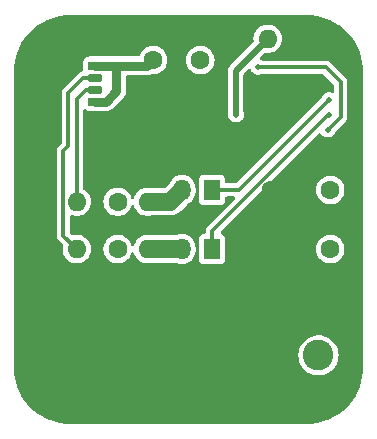
<source format=gtl>
G04 Layer: TopLayer*
G04 EasyEDA Pro v2.2.27.1, 2024-09-15 10:59:50*
G04 Gerber Generator version 0.3*
G04 Scale: 100 percent, Rotated: No, Reflected: No*
G04 Dimensions in millimeters*
G04 Leading zeros omitted, absolute positions, 3 integers and 5 decimals*
%TF.GenerationSoftware,KiCad,Pcbnew,8.0.5*%
%TF.CreationDate,2024-10-25T22:44:06+08:00*%
%TF.ProjectId,TP4056_Lithium_battery_charging,54503430-3536-45f4-9c69-746869756d5f,rev?*%
%TF.SameCoordinates,Original*%
%TF.FileFunction,Copper,L1,Top*%
%TF.FilePolarity,Positive*%
%FSLAX46Y46*%
G04 Gerber Fmt 4.6, Leading zero omitted, Abs format (unit mm)*
G04 Created by KiCad (PCBNEW 8.0.5) date 2024-10-25 22:44:06*
%MOMM*%
%LPD*%
G01*
G04 APERTURE LIST*
G04 Aperture macros list*
%AMRoundRect*
0 Rectangle with rounded corners*
0 $1 Rounding radius*
0 $2 $3 $4 $5 $6 $7 $8 $9 X,Y pos of 4 corners*
0 Add a 4 corners polygon primitive as box body*
4,1,4,$2,$3,$4,$5,$6,$7,$8,$9,$2,$3,0*
0 Add four circle primitives for the rounded corners*
1,1,$1+$1,$2,$3*
1,1,$1+$1,$4,$5*
1,1,$1+$1,$6,$7*
1,1,$1+$1,$8,$9*
0 Add four rect primitives between the rounded corners*
20,1,$1+$1,$2,$3,$4,$5,0*
20,1,$1+$1,$4,$5,$6,$7,0*
20,1,$1+$1,$6,$7,$8,$9,0*
20,1,$1+$1,$8,$9,$2,$3,0*%
G04 Aperture macros list end*
%TA.AperFunction,ComponentPad*%
%ADD10O,1.700000X1.100000*%
%TD*%
%TA.AperFunction,SMDPad,CuDef*%
%ADD11RoundRect,0.200000X-0.400000X0.200000X-0.400000X-0.200000X0.400000X-0.200000X0.400000X0.200000X0*%
%TD*%
%TA.AperFunction,SMDPad,CuDef*%
%ADD12RoundRect,0.190000X-0.410000X0.190000X-0.410000X-0.190000X0.410000X-0.190000X0.410000X0.190000X0*%
%TD*%
%TA.AperFunction,SMDPad,CuDef*%
%ADD13RoundRect,0.175000X0.425000X-0.175000X0.425000X0.175000X-0.425000X0.175000X-0.425000X-0.175000X0*%
%TD*%
%TA.AperFunction,SMDPad,CuDef*%
%ADD14RoundRect,0.200000X0.400000X-0.200000X0.400000X0.200000X-0.400000X0.200000X-0.400000X-0.200000X0*%
%TD*%
%TA.AperFunction,SMDPad,CuDef*%
%ADD15RoundRect,0.190000X0.410000X-0.190000X0.410000X0.190000X-0.410000X0.190000X-0.410000X-0.190000X0*%
%TD*%
%TA.AperFunction,SMDPad,CuDef*%
%ADD16RoundRect,0.175000X-0.425000X0.175000X-0.425000X-0.175000X0.425000X-0.175000X0.425000X0.175000X0*%
%TD*%
%TA.AperFunction,ComponentPad*%
%ADD17C,1.600000*%
%TD*%
%TA.AperFunction,ComponentPad*%
%ADD18O,1.600000X1.600000*%
%TD*%
%TA.AperFunction,ComponentPad*%
%ADD19R,2.600000X2.600000*%
%TD*%
%TA.AperFunction,ComponentPad*%
%ADD20C,2.600000*%
%TD*%
%TA.AperFunction,ComponentPad*%
%ADD21R,1.400000X1.800000*%
%TD*%
%TA.AperFunction,ComponentPad*%
%ADD22O,1.400000X1.800000*%
%TD*%
%TA.AperFunction,ComponentPad*%
%ADD23C,6.000000*%
%TD*%
%TA.AperFunction,ViaPad*%
%ADD24C,0.500000*%
%TD*%
%TA.AperFunction,Conductor*%
%ADD25C,0.300000*%
%TD*%
%TA.AperFunction,Conductor*%
%ADD26C,1.500000*%
%TD*%
%TA.AperFunction,Conductor*%
%ADD27C,0.500000*%
%TD*%
%TA.AperFunction,Conductor*%
%ADD28C,0.800000*%
%TD*%
G04 APERTURE END LIST*
D10*
%TO.P,USB1,S1,SHIELD*%
%TO.N,GND*%
X103200000Y-110320000D03*
X107000000Y-110320000D03*
X103200000Y-101680000D03*
X107000000Y-101680000D03*
D11*
%TO.P,USB1,B12,GND*%
X107080000Y-103250000D03*
D12*
%TO.P,USB1,B9,VBUS*%
%TO.N,VCC*%
X107080000Y-104480000D03*
D13*
%TO.P,USB1,B5,CC2*%
%TO.N,Net-(USB1-CC2)*%
X107080000Y-106500000D03*
D14*
%TO.P,USB1,A12,GND*%
%TO.N,GND*%
X107080000Y-108750000D03*
D15*
%TO.P,USB1,A9,VBUS*%
%TO.N,VCC*%
X107080000Y-107520000D03*
D16*
%TO.P,USB1,A5,CC1*%
%TO.N,Net-(USB1-CC1)*%
X107080000Y-105500000D03*
%TD*%
D17*
%TO.P,R5,1*%
%TO.N,VCC*%
X109000000Y-116000000D03*
D18*
%TO.P,R5,2*%
%TO.N,Net-(LED2-A)*%
X111540000Y-116000000D03*
%TD*%
%TO.P,R4,2*%
%TO.N,Net-(USB1-CC1)*%
X105540000Y-120000000D03*
D17*
%TO.P,R4,1*%
%TO.N,GND*%
X103000000Y-120000000D03*
%TD*%
%TO.P,R3,1*%
%TO.N,GND*%
X103000000Y-116000000D03*
D18*
%TO.P,R3,2*%
%TO.N,Net-(USB1-CC2)*%
X105540000Y-116000000D03*
%TD*%
D17*
%TO.P,R2,1*%
%TO.N,VCC*%
X109000000Y-120000000D03*
D18*
%TO.P,R2,2*%
%TO.N,Net-(LED1-A)*%
X111540000Y-120000000D03*
%TD*%
D17*
%TO.P,R1,1*%
%TO.N,GND*%
X124245000Y-102200000D03*
D18*
%TO.P,R1,2*%
%TO.N,Net-(U1-PROG)*%
X121705000Y-102200000D03*
%TD*%
D19*
%TO.P,P1,1*%
%TO.N,GND*%
X121000000Y-129000000D03*
D20*
%TO.P,P1,2*%
%TO.N,BAT*%
X126000000Y-129000000D03*
%TD*%
D21*
%TO.P,LED2,1,K*%
%TO.N,Net-(LED2-K)*%
X117000000Y-115000000D03*
D22*
%TO.P,LED2,2,A*%
%TO.N,Net-(LED2-A)*%
X114460000Y-115000000D03*
%TD*%
D21*
%TO.P,LED1,1,K*%
%TO.N,Net-(LED1-K)*%
X117000000Y-120000000D03*
D22*
%TO.P,LED1,2,A*%
%TO.N,Net-(LED1-A)*%
X114460000Y-120000000D03*
%TD*%
D23*
%TO.P,H1,1,1*%
%TO.N,GND*%
X105000000Y-130000000D03*
%TD*%
D17*
%TO.P,C5,2*%
%TO.N,GND*%
X116000000Y-109000000D03*
%TO.P,C5,1*%
%TO.N,VCC*%
X116000000Y-104000000D03*
%TD*%
%TO.P,C4,2*%
%TO.N,GND*%
X112000000Y-109000000D03*
%TO.P,C4,1*%
%TO.N,VCC*%
X112000000Y-104000000D03*
%TD*%
%TO.P,C2,1*%
%TO.N,BAT*%
X127000000Y-120000000D03*
%TO.P,C2,2*%
%TO.N,GND*%
X122000000Y-120000000D03*
%TD*%
%TO.P,C1,1*%
%TO.N,BAT*%
X127000000Y-115000000D03*
%TO.P,C1,2*%
%TO.N,GND*%
X122000000Y-115000000D03*
%TD*%
D24*
%TO.N,VCC*%
X120900000Y-104600000D03*
%TO.N,Net-(U1-PROG)*%
X119035000Y-108635000D03*
%TO.N,VCC*%
X126800000Y-109900000D03*
%TO.N,Net-(LED1-K)*%
X126865000Y-108635000D03*
%TO.N,Net-(LED2-K)*%
X126900000Y-107365000D03*
%TD*%
D25*
%TO.N,VCC*%
X127900000Y-105900000D02*
X126600000Y-104600000D01*
X127900000Y-108800000D02*
X127900000Y-105900000D01*
X126600000Y-104600000D02*
X120900000Y-104600000D01*
X126800000Y-109900000D02*
X127900000Y-108800000D01*
%TO.N,Net-(LED1-K)*%
X126837649Y-108635000D02*
X126865000Y-108635000D01*
X117000000Y-118472649D02*
X126837649Y-108635000D01*
X117000000Y-120000000D02*
X117000000Y-118472649D01*
%TO.N,Net-(LED2-K)*%
X119265000Y-115000000D02*
X126900000Y-107365000D01*
X117000000Y-115000000D02*
X119265000Y-115000000D01*
D26*
%TO.N,Net-(LED1-A)*%
X111540000Y-120000000D02*
X114460000Y-120000000D01*
%TO.N,Net-(LED2-A)*%
X113460000Y-116000000D02*
X114460000Y-115000000D01*
X111540000Y-116000000D02*
X113460000Y-116000000D01*
D25*
%TO.N,Net-(USB1-CC1)*%
X106100000Y-105500000D02*
X107080000Y-105500000D01*
X104800000Y-106800000D02*
X106100000Y-105500000D01*
X104400000Y-111700000D02*
X104800000Y-111300000D01*
X104800000Y-111300000D02*
X104800000Y-106800000D01*
X104400000Y-118860000D02*
X104400000Y-111700000D01*
X105540000Y-120000000D02*
X104400000Y-118860000D01*
%TO.N,Net-(USB1-CC2)*%
X106300000Y-106500000D02*
X107080000Y-106500000D01*
X105540000Y-116000000D02*
X105540000Y-107260000D01*
X105540000Y-107260000D02*
X106300000Y-106500000D01*
D27*
%TO.N,Net-(U1-PROG)*%
X119000000Y-108600000D02*
X119000000Y-104905000D01*
X119035000Y-108635000D02*
X119000000Y-108600000D01*
X119000000Y-104905000D02*
X121705000Y-102200000D01*
D28*
%TO.N,GND*%
X107080000Y-110240000D02*
X107000000Y-110320000D01*
X107080000Y-108750000D02*
X107080000Y-110240000D01*
X107080000Y-101760000D02*
X107000000Y-101680000D01*
X107080000Y-103250000D02*
X107080000Y-101760000D01*
X111750000Y-108750000D02*
X112000000Y-109000000D01*
X107080000Y-108750000D02*
X111750000Y-108750000D01*
%TO.N,VCC*%
X108900000Y-106600000D02*
X108900000Y-104480000D01*
X107980000Y-107520000D02*
X108900000Y-106600000D01*
X107080000Y-107520000D02*
X107980000Y-107520000D01*
X108900000Y-104480000D02*
X111520000Y-104480000D01*
X107080000Y-104480000D02*
X108900000Y-104480000D01*
X111520000Y-104480000D02*
X112000000Y-104000000D01*
%TD*%
%TA.AperFunction,Conductor*%
%TO.N,GND*%
G36*
X125002702Y-100200617D02*
G01*
X125412917Y-100218528D01*
X125423654Y-100219468D01*
X125828057Y-100272708D01*
X125838695Y-100274583D01*
X126236925Y-100362869D01*
X126247365Y-100365667D01*
X126636363Y-100488317D01*
X126646524Y-100492015D01*
X127023363Y-100648108D01*
X127033155Y-100652674D01*
X127394965Y-100841020D01*
X127404305Y-100846413D01*
X127689636Y-101028189D01*
X127748309Y-101065568D01*
X127757170Y-101071772D01*
X128080766Y-101320076D01*
X128089053Y-101327030D01*
X128389767Y-101602583D01*
X128397416Y-101610232D01*
X128672969Y-101910946D01*
X128679923Y-101919233D01*
X128928227Y-102242829D01*
X128934431Y-102251690D01*
X129064275Y-102455504D01*
X129153578Y-102595680D01*
X129158983Y-102605042D01*
X129285004Y-102847126D01*
X129347322Y-102966838D01*
X129351894Y-102976642D01*
X129507983Y-103353473D01*
X129511683Y-103363639D01*
X129634331Y-103752630D01*
X129637131Y-103763078D01*
X129725414Y-104161296D01*
X129727292Y-104171950D01*
X129780529Y-104576326D01*
X129781472Y-104587102D01*
X129799382Y-104997297D01*
X129799500Y-105002706D01*
X129799500Y-129997293D01*
X129799382Y-130002702D01*
X129781472Y-130412897D01*
X129780529Y-130423673D01*
X129727292Y-130828049D01*
X129725414Y-130838703D01*
X129637131Y-131236921D01*
X129634331Y-131247369D01*
X129511683Y-131636360D01*
X129507983Y-131646526D01*
X129351894Y-132023357D01*
X129347322Y-132033161D01*
X129158987Y-132394951D01*
X129153578Y-132404319D01*
X128934431Y-132748309D01*
X128928227Y-132757170D01*
X128679923Y-133080766D01*
X128672969Y-133089053D01*
X128397416Y-133389767D01*
X128389767Y-133397416D01*
X128089053Y-133672969D01*
X128080766Y-133679923D01*
X127757170Y-133928227D01*
X127748309Y-133934431D01*
X127404319Y-134153578D01*
X127394951Y-134158987D01*
X127033161Y-134347322D01*
X127023357Y-134351894D01*
X126646526Y-134507983D01*
X126636360Y-134511683D01*
X126247369Y-134634331D01*
X126236921Y-134637131D01*
X125838703Y-134725414D01*
X125828049Y-134727292D01*
X125423673Y-134780529D01*
X125412897Y-134781472D01*
X125002703Y-134799382D01*
X124997294Y-134799500D01*
X105002706Y-134799500D01*
X104997297Y-134799382D01*
X104587102Y-134781472D01*
X104576326Y-134780529D01*
X104171950Y-134727292D01*
X104161296Y-134725414D01*
X103763078Y-134637131D01*
X103752630Y-134634331D01*
X103363639Y-134511683D01*
X103353473Y-134507983D01*
X102976642Y-134351894D01*
X102966838Y-134347322D01*
X102847126Y-134285004D01*
X102605042Y-134158983D01*
X102595686Y-134153582D01*
X102423685Y-134044004D01*
X102251690Y-133934431D01*
X102242829Y-133928227D01*
X101919233Y-133679923D01*
X101910946Y-133672969D01*
X101610232Y-133397416D01*
X101602583Y-133389767D01*
X101327030Y-133089053D01*
X101320076Y-133080766D01*
X101071772Y-132757170D01*
X101065568Y-132748309D01*
X101012070Y-132664334D01*
X100846413Y-132404305D01*
X100841020Y-132394965D01*
X100652674Y-132033155D01*
X100648105Y-132023357D01*
X100492016Y-131646526D01*
X100488316Y-131636360D01*
X100365668Y-131247369D01*
X100362868Y-131236921D01*
X100274585Y-130838703D01*
X100272707Y-130828049D01*
X100250914Y-130662511D01*
X100219468Y-130423654D01*
X100218528Y-130412917D01*
X100200618Y-130002702D01*
X100200500Y-129997293D01*
X100200500Y-128999995D01*
X124294732Y-128999995D01*
X124294732Y-129000004D01*
X124313777Y-129254154D01*
X124313778Y-129254157D01*
X124370492Y-129502637D01*
X124463607Y-129739888D01*
X124591041Y-129960612D01*
X124749950Y-130159877D01*
X124936783Y-130333232D01*
X125147366Y-130476805D01*
X125147371Y-130476807D01*
X125147372Y-130476808D01*
X125147373Y-130476809D01*
X125269328Y-130535538D01*
X125376992Y-130587387D01*
X125376993Y-130587387D01*
X125376996Y-130587389D01*
X125620542Y-130662513D01*
X125872565Y-130700500D01*
X126127435Y-130700500D01*
X126379458Y-130662513D01*
X126623004Y-130587389D01*
X126852634Y-130476805D01*
X127063217Y-130333232D01*
X127250050Y-130159877D01*
X127408959Y-129960612D01*
X127536393Y-129739888D01*
X127629508Y-129502637D01*
X127686222Y-129254157D01*
X127705268Y-129000000D01*
X127686222Y-128745843D01*
X127629508Y-128497363D01*
X127536393Y-128260112D01*
X127408959Y-128039388D01*
X127250050Y-127840123D01*
X127063217Y-127666768D01*
X126852634Y-127523195D01*
X126852630Y-127523193D01*
X126852627Y-127523191D01*
X126852626Y-127523190D01*
X126623006Y-127412612D01*
X126623008Y-127412612D01*
X126379466Y-127337489D01*
X126379462Y-127337488D01*
X126379458Y-127337487D01*
X126258231Y-127319214D01*
X126127440Y-127299500D01*
X126127435Y-127299500D01*
X125872565Y-127299500D01*
X125872559Y-127299500D01*
X125715609Y-127323157D01*
X125620542Y-127337487D01*
X125620539Y-127337488D01*
X125620533Y-127337489D01*
X125376992Y-127412612D01*
X125147373Y-127523190D01*
X125147372Y-127523191D01*
X124936782Y-127666768D01*
X124749952Y-127840121D01*
X124749950Y-127840123D01*
X124591041Y-128039388D01*
X124463608Y-128260109D01*
X124370492Y-128497362D01*
X124370490Y-128497369D01*
X124313777Y-128745845D01*
X124294732Y-128999995D01*
X100200500Y-128999995D01*
X100200500Y-111627525D01*
X103849500Y-111627525D01*
X103849500Y-118932475D01*
X103885943Y-119068481D01*
X103887016Y-119072485D01*
X103887017Y-119072488D01*
X103959487Y-119198011D01*
X103959491Y-119198016D01*
X104344347Y-119582872D01*
X104377832Y-119644195D01*
X104375933Y-119704486D01*
X104354884Y-119778466D01*
X104334357Y-119999999D01*
X104334357Y-120000000D01*
X104354884Y-120221535D01*
X104354885Y-120221537D01*
X104415769Y-120435523D01*
X104415775Y-120435538D01*
X104514938Y-120634683D01*
X104514943Y-120634691D01*
X104649020Y-120812238D01*
X104813437Y-120962123D01*
X104813439Y-120962125D01*
X105002595Y-121079245D01*
X105002596Y-121079245D01*
X105002599Y-121079247D01*
X105210060Y-121159618D01*
X105428757Y-121200500D01*
X105428759Y-121200500D01*
X105651241Y-121200500D01*
X105651243Y-121200500D01*
X105869940Y-121159618D01*
X106077401Y-121079247D01*
X106266562Y-120962124D01*
X106430981Y-120812236D01*
X106565058Y-120634689D01*
X106664229Y-120435528D01*
X106725115Y-120221536D01*
X106745643Y-120000000D01*
X106745643Y-119999999D01*
X107794357Y-119999999D01*
X107794357Y-120000000D01*
X107814884Y-120221535D01*
X107814885Y-120221537D01*
X107875769Y-120435523D01*
X107875775Y-120435538D01*
X107974938Y-120634683D01*
X107974943Y-120634691D01*
X108109020Y-120812238D01*
X108273437Y-120962123D01*
X108273439Y-120962125D01*
X108462595Y-121079245D01*
X108462596Y-121079245D01*
X108462599Y-121079247D01*
X108670060Y-121159618D01*
X108888757Y-121200500D01*
X108888759Y-121200500D01*
X109111241Y-121200500D01*
X109111243Y-121200500D01*
X109329940Y-121159618D01*
X109537401Y-121079247D01*
X109726562Y-120962124D01*
X109890981Y-120812236D01*
X110025058Y-120634689D01*
X110124229Y-120435528D01*
X110150734Y-120342371D01*
X110188013Y-120283278D01*
X110251323Y-120253721D01*
X110320562Y-120263083D01*
X110373749Y-120308393D01*
X110389266Y-120342372D01*
X110415769Y-120435523D01*
X110415775Y-120435538D01*
X110514938Y-120634683D01*
X110514943Y-120634691D01*
X110649020Y-120812238D01*
X110813437Y-120962123D01*
X110813439Y-120962125D01*
X111002595Y-121079245D01*
X111002596Y-121079245D01*
X111002599Y-121079247D01*
X111210060Y-121159618D01*
X111428757Y-121200500D01*
X111428759Y-121200500D01*
X111651241Y-121200500D01*
X111651243Y-121200500D01*
X111869940Y-121159618D01*
X111871861Y-121158873D01*
X111873889Y-121158494D01*
X111875455Y-121158049D01*
X111875496Y-121158194D01*
X111916655Y-121150500D01*
X113871632Y-121150500D01*
X113927926Y-121164014D01*
X114037555Y-121219873D01*
X114202299Y-121273402D01*
X114373389Y-121300500D01*
X114373390Y-121300500D01*
X114546610Y-121300500D01*
X114546611Y-121300500D01*
X114717701Y-121273402D01*
X114882445Y-121219873D01*
X115036788Y-121141232D01*
X115176928Y-121039414D01*
X115299414Y-120916928D01*
X115401232Y-120776788D01*
X115479873Y-120622445D01*
X115533402Y-120457701D01*
X115543679Y-120392805D01*
X115548216Y-120373909D01*
X115582171Y-120269409D01*
X115597623Y-120171847D01*
X115610500Y-120090551D01*
X115610500Y-119909448D01*
X115582171Y-119730590D01*
X115569504Y-119691606D01*
X115548217Y-119626092D01*
X115543678Y-119607181D01*
X115533402Y-119542301D01*
X115533402Y-119542299D01*
X115479873Y-119377555D01*
X115479871Y-119377552D01*
X115479871Y-119377550D01*
X115401231Y-119223211D01*
X115299414Y-119083072D01*
X115176928Y-118960586D01*
X115036788Y-118858768D01*
X114882445Y-118780127D01*
X114717701Y-118726598D01*
X114717699Y-118726597D01*
X114717698Y-118726597D01*
X114586271Y-118705781D01*
X114546611Y-118699500D01*
X114373389Y-118699500D01*
X114333728Y-118705781D01*
X114202302Y-118726597D01*
X114037552Y-118780128D01*
X113927927Y-118835985D01*
X113871632Y-118849500D01*
X111916655Y-118849500D01*
X111875496Y-118841805D01*
X111875455Y-118841951D01*
X111873889Y-118841505D01*
X111871861Y-118841126D01*
X111869940Y-118840382D01*
X111651243Y-118799500D01*
X111428757Y-118799500D01*
X111210060Y-118840382D01*
X111078864Y-118891207D01*
X111002601Y-118920752D01*
X111002595Y-118920754D01*
X110813439Y-119037874D01*
X110813437Y-119037876D01*
X110649020Y-119187761D01*
X110514943Y-119365308D01*
X110514938Y-119365316D01*
X110415775Y-119564461D01*
X110415769Y-119564476D01*
X110389266Y-119657627D01*
X110351987Y-119716721D01*
X110288677Y-119746278D01*
X110219438Y-119736916D01*
X110166251Y-119691606D01*
X110150734Y-119657627D01*
X110124230Y-119564476D01*
X110124229Y-119564472D01*
X110124224Y-119564461D01*
X110025061Y-119365316D01*
X110025056Y-119365308D01*
X109890979Y-119187761D01*
X109726562Y-119037876D01*
X109726560Y-119037874D01*
X109537404Y-118920754D01*
X109537398Y-118920752D01*
X109329940Y-118840382D01*
X109111243Y-118799500D01*
X108888757Y-118799500D01*
X108670060Y-118840382D01*
X108538864Y-118891207D01*
X108462601Y-118920752D01*
X108462595Y-118920754D01*
X108273439Y-119037874D01*
X108273437Y-119037876D01*
X108109020Y-119187761D01*
X107974943Y-119365308D01*
X107974938Y-119365316D01*
X107875775Y-119564461D01*
X107875769Y-119564476D01*
X107814885Y-119778462D01*
X107814884Y-119778464D01*
X107794357Y-119999999D01*
X106745643Y-119999999D01*
X106725115Y-119778464D01*
X106664229Y-119564472D01*
X106664224Y-119564461D01*
X106565061Y-119365316D01*
X106565056Y-119365308D01*
X106430979Y-119187761D01*
X106266562Y-119037876D01*
X106266560Y-119037874D01*
X106077404Y-118920754D01*
X106077398Y-118920752D01*
X105869940Y-118840382D01*
X105651243Y-118799500D01*
X105428757Y-118799500D01*
X105287715Y-118825865D01*
X105231211Y-118836428D01*
X105161696Y-118829397D01*
X105120745Y-118802220D01*
X104986819Y-118668294D01*
X104953334Y-118606971D01*
X104950500Y-118580613D01*
X104950500Y-117240080D01*
X104970185Y-117173041D01*
X105022989Y-117127286D01*
X105092147Y-117117342D01*
X105119284Y-117124451D01*
X105210060Y-117159618D01*
X105428757Y-117200500D01*
X105428759Y-117200500D01*
X105651241Y-117200500D01*
X105651243Y-117200500D01*
X105869940Y-117159618D01*
X106077401Y-117079247D01*
X106266562Y-116962124D01*
X106266562Y-116962123D01*
X106266565Y-116962122D01*
X106430979Y-116812238D01*
X106478360Y-116749496D01*
X106565058Y-116634689D01*
X106664229Y-116435528D01*
X106725115Y-116221536D01*
X106745643Y-116000000D01*
X106745643Y-115999999D01*
X107794357Y-115999999D01*
X107794357Y-116000000D01*
X107814884Y-116221535D01*
X107814885Y-116221537D01*
X107875769Y-116435523D01*
X107875775Y-116435538D01*
X107974938Y-116634683D01*
X107974943Y-116634691D01*
X108109020Y-116812238D01*
X108273435Y-116962122D01*
X108273439Y-116962125D01*
X108462595Y-117079245D01*
X108462596Y-117079245D01*
X108462599Y-117079247D01*
X108670060Y-117159618D01*
X108888757Y-117200500D01*
X108888759Y-117200500D01*
X109111241Y-117200500D01*
X109111243Y-117200500D01*
X109329940Y-117159618D01*
X109537401Y-117079247D01*
X109726562Y-116962124D01*
X109726562Y-116962123D01*
X109726565Y-116962122D01*
X109890979Y-116812238D01*
X109938360Y-116749496D01*
X110025058Y-116634689D01*
X110124229Y-116435528D01*
X110150734Y-116342371D01*
X110188013Y-116283278D01*
X110251323Y-116253721D01*
X110320562Y-116263083D01*
X110373749Y-116308393D01*
X110389266Y-116342372D01*
X110415769Y-116435523D01*
X110415775Y-116435538D01*
X110514938Y-116634683D01*
X110514943Y-116634691D01*
X110649020Y-116812238D01*
X110813435Y-116962122D01*
X110813439Y-116962125D01*
X111002595Y-117079245D01*
X111002596Y-117079245D01*
X111002599Y-117079247D01*
X111210060Y-117159618D01*
X111428757Y-117200500D01*
X111428759Y-117200500D01*
X111651241Y-117200500D01*
X111651243Y-117200500D01*
X111869940Y-117159618D01*
X111871861Y-117158873D01*
X111873889Y-117158494D01*
X111875455Y-117158049D01*
X111875496Y-117158194D01*
X111916655Y-117150500D01*
X113364319Y-117150500D01*
X113364343Y-117150501D01*
X113369454Y-117150501D01*
X113550545Y-117150501D01*
X113550546Y-117150501D01*
X113729409Y-117122171D01*
X113901639Y-117066211D01*
X114062994Y-116983996D01*
X114093098Y-116962124D01*
X114209501Y-116877553D01*
X114337553Y-116749501D01*
X114337553Y-116749499D01*
X114346451Y-116740602D01*
X114346459Y-116740591D01*
X114838944Y-116248106D01*
X114879181Y-116221224D01*
X114882437Y-116219875D01*
X114882445Y-116219873D01*
X115036788Y-116141232D01*
X115176928Y-116039414D01*
X115299414Y-115916928D01*
X115401232Y-115776788D01*
X115479873Y-115622445D01*
X115533402Y-115457701D01*
X115543679Y-115392807D01*
X115548215Y-115373915D01*
X115582172Y-115269409D01*
X115597624Y-115171847D01*
X115610501Y-115090551D01*
X115610501Y-114909453D01*
X115601005Y-114849500D01*
X115582172Y-114730591D01*
X115548214Y-114626080D01*
X115543679Y-114607191D01*
X115533402Y-114542299D01*
X115479873Y-114377555D01*
X115479871Y-114377552D01*
X115479871Y-114377550D01*
X115438387Y-114296133D01*
X115401232Y-114223212D01*
X115299414Y-114083072D01*
X115284817Y-114068475D01*
X115899500Y-114068475D01*
X115899500Y-115931517D01*
X115904348Y-115962124D01*
X115914354Y-116025304D01*
X115971950Y-116138342D01*
X115971952Y-116138344D01*
X115971954Y-116138347D01*
X116061652Y-116228045D01*
X116061654Y-116228046D01*
X116061658Y-116228050D01*
X116170049Y-116283278D01*
X116174698Y-116285647D01*
X116268475Y-116300499D01*
X116268481Y-116300500D01*
X117731518Y-116300499D01*
X117825304Y-116285646D01*
X117938342Y-116228050D01*
X118028050Y-116138342D01*
X118085646Y-116025304D01*
X118085646Y-116025302D01*
X118085647Y-116025301D01*
X118100500Y-115931524D01*
X118100500Y-115674500D01*
X118120185Y-115607461D01*
X118172989Y-115561706D01*
X118224500Y-115550500D01*
X118844262Y-115550500D01*
X118911301Y-115570185D01*
X118957056Y-115622989D01*
X118967000Y-115692147D01*
X118937975Y-115755703D01*
X118931943Y-115762181D01*
X116559491Y-118134632D01*
X116559489Y-118134635D01*
X116487016Y-118260163D01*
X116487016Y-118260164D01*
X116449500Y-118400174D01*
X116449500Y-118400176D01*
X116449500Y-118575500D01*
X116429815Y-118642539D01*
X116377011Y-118688294D01*
X116325502Y-118699500D01*
X116268483Y-118699500D01*
X116189550Y-118712001D01*
X116174696Y-118714354D01*
X116061658Y-118771950D01*
X116061657Y-118771951D01*
X116061652Y-118771954D01*
X115971954Y-118861652D01*
X115971951Y-118861657D01*
X115914352Y-118974698D01*
X115899500Y-119068475D01*
X115899500Y-120931517D01*
X115904348Y-120962124D01*
X115914354Y-121025304D01*
X115971950Y-121138342D01*
X115971952Y-121138344D01*
X115971954Y-121138347D01*
X116061652Y-121228045D01*
X116061654Y-121228046D01*
X116061658Y-121228050D01*
X116174694Y-121285645D01*
X116174698Y-121285647D01*
X116268475Y-121300499D01*
X116268481Y-121300500D01*
X117731518Y-121300499D01*
X117825304Y-121285646D01*
X117938342Y-121228050D01*
X118028050Y-121138342D01*
X118085646Y-121025304D01*
X118085646Y-121025302D01*
X118085647Y-121025301D01*
X118100499Y-120931524D01*
X118100500Y-120931519D01*
X118100499Y-119999999D01*
X125794357Y-119999999D01*
X125794357Y-120000000D01*
X125814884Y-120221535D01*
X125814885Y-120221537D01*
X125875769Y-120435523D01*
X125875775Y-120435538D01*
X125974938Y-120634683D01*
X125974943Y-120634691D01*
X126109020Y-120812238D01*
X126273437Y-120962123D01*
X126273439Y-120962125D01*
X126462595Y-121079245D01*
X126462596Y-121079245D01*
X126462599Y-121079247D01*
X126670060Y-121159618D01*
X126888757Y-121200500D01*
X126888759Y-121200500D01*
X127111241Y-121200500D01*
X127111243Y-121200500D01*
X127329940Y-121159618D01*
X127537401Y-121079247D01*
X127726562Y-120962124D01*
X127890981Y-120812236D01*
X128025058Y-120634689D01*
X128124229Y-120435528D01*
X128185115Y-120221536D01*
X128205643Y-120000000D01*
X128185115Y-119778464D01*
X128124229Y-119564472D01*
X128124224Y-119564461D01*
X128025061Y-119365316D01*
X128025056Y-119365308D01*
X127890979Y-119187761D01*
X127726562Y-119037876D01*
X127726560Y-119037874D01*
X127537404Y-118920754D01*
X127537398Y-118920752D01*
X127329940Y-118840382D01*
X127111243Y-118799500D01*
X126888757Y-118799500D01*
X126670060Y-118840382D01*
X126538864Y-118891207D01*
X126462601Y-118920752D01*
X126462595Y-118920754D01*
X126273439Y-119037874D01*
X126273437Y-119037876D01*
X126109020Y-119187761D01*
X125974943Y-119365308D01*
X125974938Y-119365316D01*
X125875775Y-119564461D01*
X125875769Y-119564476D01*
X125814885Y-119778462D01*
X125814884Y-119778464D01*
X125794357Y-119999999D01*
X118100499Y-119999999D01*
X118100499Y-119068482D01*
X118085646Y-118974696D01*
X118028050Y-118861658D01*
X118028046Y-118861654D01*
X118028045Y-118861652D01*
X117938347Y-118771954D01*
X117938344Y-118771952D01*
X117938342Y-118771950D01*
X117825304Y-118714354D01*
X117825302Y-118714353D01*
X117825301Y-118714353D01*
X117816627Y-118712979D01*
X117753493Y-118683048D01*
X117716563Y-118623735D01*
X117717563Y-118553873D01*
X117748345Y-118502827D01*
X121251173Y-114999999D01*
X125794357Y-114999999D01*
X125794357Y-115000000D01*
X125814884Y-115221535D01*
X125814885Y-115221537D01*
X125875769Y-115435523D01*
X125875775Y-115435538D01*
X125974938Y-115634683D01*
X125974943Y-115634691D01*
X126109020Y-115812238D01*
X126273437Y-115962123D01*
X126273439Y-115962125D01*
X126462595Y-116079245D01*
X126462596Y-116079245D01*
X126462599Y-116079247D01*
X126670060Y-116159618D01*
X126888757Y-116200500D01*
X126888759Y-116200500D01*
X127111241Y-116200500D01*
X127111243Y-116200500D01*
X127329940Y-116159618D01*
X127537401Y-116079247D01*
X127726562Y-115962124D01*
X127890981Y-115812236D01*
X128025058Y-115634689D01*
X128124229Y-115435528D01*
X128185115Y-115221536D01*
X128205643Y-115000000D01*
X128185115Y-114778464D01*
X128124229Y-114564472D01*
X128124224Y-114564461D01*
X128025061Y-114365316D01*
X128025056Y-114365308D01*
X127890979Y-114187761D01*
X127726562Y-114037876D01*
X127726560Y-114037874D01*
X127537404Y-113920754D01*
X127537398Y-113920752D01*
X127329940Y-113840382D01*
X127111243Y-113799500D01*
X126888757Y-113799500D01*
X126670060Y-113840382D01*
X126538864Y-113891207D01*
X126462601Y-113920752D01*
X126462595Y-113920754D01*
X126273439Y-114037874D01*
X126273437Y-114037876D01*
X126109020Y-114187761D01*
X125974943Y-114365308D01*
X125974938Y-114365316D01*
X125875775Y-114564461D01*
X125875769Y-114564476D01*
X125814885Y-114778462D01*
X125814884Y-114778464D01*
X125794357Y-114999999D01*
X121251173Y-114999999D01*
X126043870Y-110207301D01*
X126105191Y-110173818D01*
X126174883Y-110178802D01*
X126230816Y-110220674D01*
X126233599Y-110224544D01*
X126309517Y-110334530D01*
X126427760Y-110439283D01*
X126427762Y-110439284D01*
X126567634Y-110512696D01*
X126721014Y-110550500D01*
X126721015Y-110550500D01*
X126878985Y-110550500D01*
X127032365Y-110512696D01*
X127172240Y-110439283D01*
X127290483Y-110334530D01*
X127380220Y-110204523D01*
X127435676Y-110058296D01*
X127463937Y-110014587D01*
X128340510Y-109138015D01*
X128412984Y-109012485D01*
X128450500Y-108872474D01*
X128450500Y-108727526D01*
X128450500Y-105827525D01*
X128412984Y-105687515D01*
X128340510Y-105561986D01*
X126938015Y-104159490D01*
X126812485Y-104087016D01*
X126812486Y-104087016D01*
X126777482Y-104077637D01*
X126672475Y-104049500D01*
X126672472Y-104049500D01*
X121281431Y-104049500D01*
X121223805Y-104035296D01*
X121132365Y-103987304D01*
X121132364Y-103987303D01*
X121132361Y-103987302D01*
X121132362Y-103987302D01*
X121109386Y-103981639D01*
X121049006Y-103946482D01*
X121017218Y-103884262D01*
X121024116Y-103814734D01*
X121051378Y-103773567D01*
X121404894Y-103420050D01*
X121466215Y-103386567D01*
X121515356Y-103385844D01*
X121593757Y-103400500D01*
X121593759Y-103400500D01*
X121816241Y-103400500D01*
X121816243Y-103400500D01*
X122034940Y-103359618D01*
X122242401Y-103279247D01*
X122431562Y-103162124D01*
X122595981Y-103012236D01*
X122730058Y-102834689D01*
X122829229Y-102635528D01*
X122890115Y-102421536D01*
X122910643Y-102200000D01*
X122890115Y-101978464D01*
X122829229Y-101764472D01*
X122765281Y-101636047D01*
X122730061Y-101565316D01*
X122730056Y-101565308D01*
X122595979Y-101387761D01*
X122431562Y-101237876D01*
X122431560Y-101237874D01*
X122242404Y-101120754D01*
X122242398Y-101120752D01*
X122034940Y-101040382D01*
X121816243Y-100999500D01*
X121593757Y-100999500D01*
X121375060Y-101040382D01*
X121243864Y-101091207D01*
X121167601Y-101120752D01*
X121167595Y-101120754D01*
X120978439Y-101237874D01*
X120978437Y-101237876D01*
X120814020Y-101387761D01*
X120679943Y-101565308D01*
X120679938Y-101565316D01*
X120580775Y-101764461D01*
X120580769Y-101764476D01*
X120519885Y-101978462D01*
X120519884Y-101978464D01*
X120499357Y-102199999D01*
X120499357Y-102200000D01*
X120518214Y-102403506D01*
X120504799Y-102472076D01*
X120482424Y-102502628D01*
X118494724Y-104490328D01*
X118448945Y-104558843D01*
X118423535Y-104596871D01*
X118374499Y-104715255D01*
X118374497Y-104715261D01*
X118349500Y-104840928D01*
X118349500Y-108664070D01*
X118362123Y-108727525D01*
X118362123Y-108727527D01*
X118364163Y-108737785D01*
X118374499Y-108789744D01*
X118423535Y-108908127D01*
X118493264Y-109012485D01*
X118494726Y-109014673D01*
X118525255Y-109045201D01*
X118539626Y-109062445D01*
X118544514Y-109069527D01*
X118544517Y-109069531D01*
X118586133Y-109106399D01*
X118591572Y-109111518D01*
X118618067Y-109138013D01*
X118620331Y-109140277D01*
X118629762Y-109146578D01*
X118643098Y-109156864D01*
X118652338Y-109165049D01*
X118662757Y-109174281D01*
X118662758Y-109174281D01*
X118662760Y-109174283D01*
X118696423Y-109191950D01*
X118707683Y-109198642D01*
X118726873Y-109211465D01*
X118753621Y-109222544D01*
X118763776Y-109227300D01*
X118802635Y-109247696D01*
X118816344Y-109251075D01*
X118822434Y-109252576D01*
X118840211Y-109258411D01*
X118845256Y-109260501D01*
X118890891Y-109269578D01*
X118896307Y-109270783D01*
X118956015Y-109285500D01*
X119113986Y-109285500D01*
X119124610Y-109282881D01*
X119173697Y-109270781D01*
X119179122Y-109269574D01*
X119224743Y-109260501D01*
X119229789Y-109258410D01*
X119247562Y-109252575D01*
X119267365Y-109247696D01*
X119306218Y-109227303D01*
X119316397Y-109222536D01*
X119329624Y-109217056D01*
X119343126Y-109211465D01*
X119362320Y-109198639D01*
X119373574Y-109191953D01*
X119407237Y-109174285D01*
X119407238Y-109174283D01*
X119407240Y-109174283D01*
X119426909Y-109156857D01*
X119440243Y-109146574D01*
X119449669Y-109140276D01*
X119478425Y-109111518D01*
X119483866Y-109106398D01*
X119525483Y-109069530D01*
X119530531Y-109062214D01*
X119536742Y-109053972D01*
X119540265Y-109049679D01*
X119540276Y-109049669D01*
X119572610Y-109001274D01*
X119573617Y-108999794D01*
X119615218Y-108939526D01*
X119615218Y-108939525D01*
X119615220Y-108939523D01*
X119639106Y-108876536D01*
X119640473Y-108873092D01*
X119660501Y-108824743D01*
X119660503Y-108824728D01*
X119661189Y-108822470D01*
X119666092Y-108805381D01*
X119671237Y-108791818D01*
X119677232Y-108742439D01*
X119678711Y-108733188D01*
X119679838Y-108727527D01*
X119685499Y-108699068D01*
X119685499Y-108681859D01*
X119686403Y-108666912D01*
X119686748Y-108664069D01*
X119690278Y-108635000D01*
X119686403Y-108603086D01*
X119685499Y-108588140D01*
X119685499Y-108570932D01*
X119685499Y-108570931D01*
X119678706Y-108536781D01*
X119677232Y-108527561D01*
X119671237Y-108478184D01*
X119671236Y-108478179D01*
X119670596Y-108476492D01*
X119666093Y-108464621D01*
X119661203Y-108447573D01*
X119660503Y-108445266D01*
X119660501Y-108445256D01*
X119659937Y-108443896D01*
X119659651Y-108442456D01*
X119658732Y-108439425D01*
X119659030Y-108439334D01*
X119650500Y-108396446D01*
X119650500Y-105225807D01*
X119670185Y-105158768D01*
X119686815Y-105138130D01*
X120074356Y-104750588D01*
X120135677Y-104717105D01*
X120205368Y-104722089D01*
X120261302Y-104763960D01*
X120277977Y-104794299D01*
X120295663Y-104840931D01*
X120319780Y-104904523D01*
X120409517Y-105034530D01*
X120527760Y-105139283D01*
X120527762Y-105139284D01*
X120667634Y-105212696D01*
X120821014Y-105250500D01*
X120821015Y-105250500D01*
X120978985Y-105250500D01*
X121132365Y-105212696D01*
X121223805Y-105164703D01*
X121281431Y-105150500D01*
X126320613Y-105150500D01*
X126387652Y-105170185D01*
X126408294Y-105186819D01*
X127313181Y-106091705D01*
X127346666Y-106153028D01*
X127349500Y-106179386D01*
X127349500Y-106661144D01*
X127329815Y-106728183D01*
X127277011Y-106773938D01*
X127207853Y-106783882D01*
X127167874Y-106770941D01*
X127132365Y-106752304D01*
X127132362Y-106752303D01*
X126978986Y-106714500D01*
X126978985Y-106714500D01*
X126821015Y-106714500D01*
X126821014Y-106714500D01*
X126667634Y-106752303D01*
X126527762Y-106825715D01*
X126409516Y-106930471D01*
X126319781Y-107060474D01*
X126264324Y-107206702D01*
X126236063Y-107250411D01*
X119073294Y-114413181D01*
X119011971Y-114446666D01*
X118985613Y-114449500D01*
X118224499Y-114449500D01*
X118157460Y-114429815D01*
X118111705Y-114377011D01*
X118100499Y-114325500D01*
X118100499Y-114068482D01*
X118095652Y-114037876D01*
X118085646Y-113974696D01*
X118028050Y-113861658D01*
X118028046Y-113861654D01*
X118028045Y-113861652D01*
X117938347Y-113771954D01*
X117938344Y-113771952D01*
X117938342Y-113771950D01*
X117849332Y-113726597D01*
X117825301Y-113714352D01*
X117731524Y-113699500D01*
X116268482Y-113699500D01*
X116187519Y-113712323D01*
X116174696Y-113714354D01*
X116061658Y-113771950D01*
X116061657Y-113771951D01*
X116061652Y-113771954D01*
X115971954Y-113861652D01*
X115971951Y-113861657D01*
X115914352Y-113974698D01*
X115899500Y-114068475D01*
X115284817Y-114068475D01*
X115176928Y-113960586D01*
X115036788Y-113858768D01*
X114882445Y-113780127D01*
X114717701Y-113726598D01*
X114717699Y-113726597D01*
X114717698Y-113726597D01*
X114586271Y-113705781D01*
X114546611Y-113699500D01*
X114373389Y-113699500D01*
X114333728Y-113705781D01*
X114202302Y-113726597D01*
X114037552Y-113780128D01*
X113883211Y-113858768D01*
X113803256Y-113916859D01*
X113743072Y-113960586D01*
X113743070Y-113960588D01*
X113743069Y-113960588D01*
X113620588Y-114083069D01*
X113620588Y-114083070D01*
X113620586Y-114083072D01*
X113589996Y-114125174D01*
X113518766Y-114223213D01*
X113440122Y-114377563D01*
X113438760Y-114380852D01*
X113411890Y-114421056D01*
X113019766Y-114813181D01*
X112958443Y-114846666D01*
X112932085Y-114849500D01*
X111916655Y-114849500D01*
X111875496Y-114841805D01*
X111875455Y-114841951D01*
X111873889Y-114841505D01*
X111871861Y-114841126D01*
X111869940Y-114840382D01*
X111651243Y-114799500D01*
X111428757Y-114799500D01*
X111210060Y-114840382D01*
X111078864Y-114891207D01*
X111002601Y-114920752D01*
X111002595Y-114920754D01*
X110813439Y-115037874D01*
X110813437Y-115037876D01*
X110649020Y-115187761D01*
X110514943Y-115365308D01*
X110514938Y-115365316D01*
X110415775Y-115564461D01*
X110415769Y-115564476D01*
X110389266Y-115657627D01*
X110351987Y-115716721D01*
X110288677Y-115746278D01*
X110219438Y-115736916D01*
X110166251Y-115691606D01*
X110150734Y-115657627D01*
X110124230Y-115564476D01*
X110124229Y-115564472D01*
X110117272Y-115550500D01*
X110025061Y-115365316D01*
X110025056Y-115365308D01*
X109890979Y-115187761D01*
X109726562Y-115037876D01*
X109726560Y-115037874D01*
X109537404Y-114920754D01*
X109537398Y-114920752D01*
X109329940Y-114840382D01*
X109111243Y-114799500D01*
X108888757Y-114799500D01*
X108670060Y-114840382D01*
X108538864Y-114891207D01*
X108462601Y-114920752D01*
X108462595Y-114920754D01*
X108273439Y-115037874D01*
X108273437Y-115037876D01*
X108109020Y-115187761D01*
X107974943Y-115365308D01*
X107974938Y-115365316D01*
X107875775Y-115564461D01*
X107875769Y-115564476D01*
X107814885Y-115778462D01*
X107814884Y-115778464D01*
X107794357Y-115999999D01*
X106745643Y-115999999D01*
X106737945Y-115916929D01*
X106725115Y-115778464D01*
X106725114Y-115778462D01*
X106713293Y-115736916D01*
X106664229Y-115564472D01*
X106657272Y-115550500D01*
X106565061Y-115365316D01*
X106565056Y-115365308D01*
X106430979Y-115187761D01*
X106266563Y-115037877D01*
X106266562Y-115037876D01*
X106149222Y-114965222D01*
X106102587Y-114913194D01*
X106090500Y-114859795D01*
X106090500Y-108261088D01*
X106110185Y-108194049D01*
X106162989Y-108148294D01*
X106232147Y-108138350D01*
X106289984Y-108162711D01*
X106372201Y-108225799D01*
X106372204Y-108225801D01*
X106380886Y-108229397D01*
X106515849Y-108285301D01*
X106631299Y-108300500D01*
X106888397Y-108300499D01*
X106912589Y-108302882D01*
X107001156Y-108320500D01*
X107001158Y-108320500D01*
X108058844Y-108320500D01*
X108058845Y-108320499D01*
X108213497Y-108289737D01*
X108359179Y-108229394D01*
X108490289Y-108141789D01*
X109521788Y-107110290D01*
X109521789Y-107110289D01*
X109609394Y-106979179D01*
X109669737Y-106833497D01*
X109673576Y-106814200D01*
X109700500Y-106678843D01*
X109700500Y-106521158D01*
X109700500Y-105404500D01*
X109720185Y-105337461D01*
X109772989Y-105291706D01*
X109824500Y-105280500D01*
X111598844Y-105280500D01*
X111598845Y-105280499D01*
X111753497Y-105249737D01*
X111849577Y-105209939D01*
X111897030Y-105200500D01*
X112111241Y-105200500D01*
X112111243Y-105200500D01*
X112329940Y-105159618D01*
X112537401Y-105079247D01*
X112726562Y-104962124D01*
X112877911Y-104824151D01*
X112890979Y-104812238D01*
X112911620Y-104784906D01*
X113025058Y-104634689D01*
X113054120Y-104576326D01*
X113124224Y-104435538D01*
X113124223Y-104435538D01*
X113124229Y-104435528D01*
X113185115Y-104221536D01*
X113205643Y-104000000D01*
X113205643Y-103999999D01*
X114794357Y-103999999D01*
X114794357Y-104000000D01*
X114814884Y-104221535D01*
X114814885Y-104221537D01*
X114875769Y-104435523D01*
X114875775Y-104435538D01*
X114974938Y-104634683D01*
X114974943Y-104634691D01*
X115109020Y-104812238D01*
X115273437Y-104962123D01*
X115273439Y-104962125D01*
X115462595Y-105079245D01*
X115462596Y-105079245D01*
X115462599Y-105079247D01*
X115670060Y-105159618D01*
X115888757Y-105200500D01*
X115888759Y-105200500D01*
X116111241Y-105200500D01*
X116111243Y-105200500D01*
X116329940Y-105159618D01*
X116537401Y-105079247D01*
X116726562Y-104962124D01*
X116877911Y-104824151D01*
X116890979Y-104812238D01*
X116911620Y-104784906D01*
X117025058Y-104634689D01*
X117054120Y-104576326D01*
X117124224Y-104435538D01*
X117124223Y-104435538D01*
X117124229Y-104435528D01*
X117185115Y-104221536D01*
X117205643Y-104000000D01*
X117204920Y-103992202D01*
X117185115Y-103778464D01*
X117185114Y-103778462D01*
X117183901Y-103774200D01*
X117124229Y-103564472D01*
X117124224Y-103564461D01*
X117025061Y-103365316D01*
X117025056Y-103365308D01*
X116890979Y-103187761D01*
X116726562Y-103037876D01*
X116726560Y-103037874D01*
X116537404Y-102920754D01*
X116537398Y-102920752D01*
X116329940Y-102840382D01*
X116111243Y-102799500D01*
X115888757Y-102799500D01*
X115670060Y-102840382D01*
X115538864Y-102891207D01*
X115462601Y-102920752D01*
X115462595Y-102920754D01*
X115273439Y-103037874D01*
X115273437Y-103037876D01*
X115109020Y-103187761D01*
X114974943Y-103365308D01*
X114974938Y-103365316D01*
X114875775Y-103564461D01*
X114875769Y-103564476D01*
X114814885Y-103778462D01*
X114814884Y-103778464D01*
X114794357Y-103999999D01*
X113205643Y-103999999D01*
X113204920Y-103992202D01*
X113185115Y-103778464D01*
X113185114Y-103778462D01*
X113183901Y-103774200D01*
X113124229Y-103564472D01*
X113124224Y-103564461D01*
X113025061Y-103365316D01*
X113025056Y-103365308D01*
X112890979Y-103187761D01*
X112726562Y-103037876D01*
X112726560Y-103037874D01*
X112537404Y-102920754D01*
X112537398Y-102920752D01*
X112329940Y-102840382D01*
X112111243Y-102799500D01*
X111888757Y-102799500D01*
X111670060Y-102840382D01*
X111538864Y-102891207D01*
X111462601Y-102920752D01*
X111462595Y-102920754D01*
X111273439Y-103037874D01*
X111273437Y-103037876D01*
X111109020Y-103187761D01*
X110974943Y-103365308D01*
X110974938Y-103365316D01*
X110875772Y-103564468D01*
X110868669Y-103589434D01*
X110831390Y-103648527D01*
X110768080Y-103678085D01*
X110749402Y-103679500D01*
X108978842Y-103679500D01*
X107001158Y-103679500D01*
X106942304Y-103691206D01*
X106912583Y-103697118D01*
X106888393Y-103699500D01*
X106631296Y-103699500D01*
X106515857Y-103714696D01*
X106515848Y-103714699D01*
X106372205Y-103774198D01*
X106372202Y-103774199D01*
X106372202Y-103774200D01*
X106248851Y-103868851D01*
X106157959Y-103987304D01*
X106154198Y-103992205D01*
X106094699Y-104135848D01*
X106094698Y-104135850D01*
X106079500Y-104251298D01*
X106079500Y-104708695D01*
X106094156Y-104820030D01*
X106083388Y-104889065D01*
X106037007Y-104941320D01*
X106003311Y-104955987D01*
X105887519Y-104987014D01*
X105887512Y-104987017D01*
X105761989Y-105059487D01*
X105761984Y-105059491D01*
X104359491Y-106461983D01*
X104359489Y-106461985D01*
X104325328Y-106521157D01*
X104325327Y-106521158D01*
X104287017Y-106587512D01*
X104287016Y-106587513D01*
X104268258Y-106657520D01*
X104249500Y-106727525D01*
X104249500Y-106727527D01*
X104249500Y-111020613D01*
X104229815Y-111087652D01*
X104213181Y-111108294D01*
X103959491Y-111361983D01*
X103959489Y-111361986D01*
X103887016Y-111487514D01*
X103887016Y-111487515D01*
X103849500Y-111627525D01*
X100200500Y-111627525D01*
X100200500Y-105002706D01*
X100200618Y-104997297D01*
X100203062Y-104941320D01*
X100218528Y-104587080D01*
X100219468Y-104576347D01*
X100272709Y-104171938D01*
X100274582Y-104161308D01*
X100362870Y-103763068D01*
X100365668Y-103752630D01*
X100377629Y-103714696D01*
X100488319Y-103363629D01*
X100492016Y-103353473D01*
X100522762Y-103279247D01*
X100648111Y-102976627D01*
X100652669Y-102966853D01*
X100841025Y-102605024D01*
X100846407Y-102595703D01*
X101065574Y-102251680D01*
X101071765Y-102242837D01*
X101320083Y-101919224D01*
X101327021Y-101910955D01*
X101602594Y-101610220D01*
X101610220Y-101602594D01*
X101910955Y-101327021D01*
X101919224Y-101320083D01*
X102242837Y-101071765D01*
X102251680Y-101065574D01*
X102595703Y-100846407D01*
X102605024Y-100841025D01*
X102966853Y-100652669D01*
X102976627Y-100648111D01*
X103353482Y-100492012D01*
X103363629Y-100488319D01*
X103752639Y-100365665D01*
X103763068Y-100362870D01*
X104161308Y-100274582D01*
X104171938Y-100272709D01*
X104576347Y-100219468D01*
X104587080Y-100218528D01*
X104997297Y-100200617D01*
X105002706Y-100200500D01*
X105039882Y-100200500D01*
X124960118Y-100200500D01*
X124997294Y-100200500D01*
X125002702Y-100200617D01*
G37*
%TD.AperFunction*%
%TD*%
M02*

</source>
